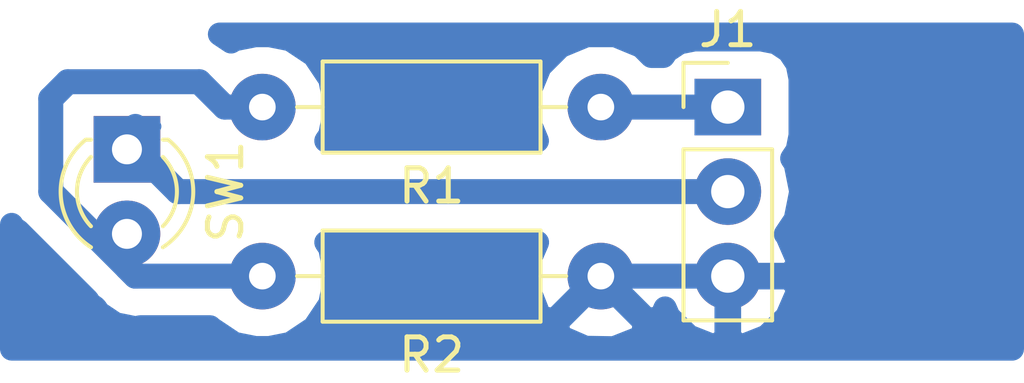
<source format=kicad_pcb>
(kicad_pcb (version 20171130) (host pcbnew 5.0.2+dfsg1-1)

  (general
    (thickness 1.6)
    (drawings 3)
    (tracks 18)
    (zones 0)
    (modules 4)
    (nets 5)
  )

  (page A4)
  (layers
    (0 F.Cu signal)
    (31 B.Cu signal)
    (32 B.Adhes user)
    (33 F.Adhes user)
    (34 B.Paste user)
    (35 F.Paste user)
    (36 B.SilkS user)
    (37 F.SilkS user)
    (38 B.Mask user)
    (39 F.Mask user)
    (40 Dwgs.User user)
    (41 Cmts.User user)
    (42 Eco1.User user)
    (43 Eco2.User user)
    (44 Edge.Cuts user)
    (45 Margin user)
    (46 B.CrtYd user)
    (47 F.CrtYd user)
    (48 B.Fab user)
    (49 F.Fab user)
  )

  (setup
    (last_trace_width 0.75)
    (trace_clearance 0.254)
    (zone_clearance 0.8)
    (zone_45_only no)
    (trace_min 0.2)
    (segment_width 0.2)
    (edge_width 0.15)
    (via_size 0.6)
    (via_drill 0.4)
    (via_min_size 0.4)
    (via_min_drill 0.3)
    (uvia_size 0.3)
    (uvia_drill 0.1)
    (uvias_allowed no)
    (uvia_min_size 0.2)
    (uvia_min_drill 0.1)
    (pcb_text_width 0.3)
    (pcb_text_size 1.5 1.5)
    (mod_edge_width 0.15)
    (mod_text_size 1 1)
    (mod_text_width 0.15)
    (pad_size 2 2)
    (pad_drill 0.9)
    (pad_to_mask_clearance 0.2)
    (solder_mask_min_width 0.25)
    (aux_axis_origin 149.86 113.03)
    (grid_origin 149.86 113.03)
    (visible_elements FFFFFF7F)
    (pcbplotparams
      (layerselection 0x00008_fffffffe)
      (usegerberextensions false)
      (usegerberattributes false)
      (usegerberadvancedattributes false)
      (creategerberjobfile false)
      (excludeedgelayer true)
      (linewidth 0.100000)
      (plotframeref false)
      (viasonmask false)
      (mode 1)
      (useauxorigin true)
      (hpglpennumber 1)
      (hpglpenspeed 20)
      (hpglpendiameter 15.000000)
      (psnegative false)
      (psa4output false)
      (plotreference false)
      (plotvalue false)
      (plotinvisibletext false)
      (padsonsilk false)
      (subtractmaskfromsilk false)
      (outputformat 1)
      (mirror false)
      (drillshape 0)
      (scaleselection 1)
      (outputdirectory ""))
  )

  (net 0 "")
  (net 1 "Net-(J1-Pad1)")
  (net 2 "Net-(J1-Pad2)")
  (net 3 "Net-(J1-Pad3)")
  (net 4 "Net-(R1-Pad2)")

  (net_class Default "Dies ist die voreingestellte Netzklasse."
    (clearance 0.254)
    (trace_width 0.75)
    (via_dia 0.6)
    (via_drill 0.4)
    (uvia_dia 0.3)
    (uvia_drill 0.1)
    (add_net "Net-(J1-Pad1)")
    (add_net "Net-(J1-Pad2)")
    (add_net "Net-(J1-Pad3)")
    (add_net "Net-(R1-Pad2)")
  )

  (module Connector_PinHeader_2.54mm:PinHeader_1x03_P2.54mm_Vertical (layer F.Cu) (tedit 5DF098BA) (tstamp 5DF170F9)
    (at 171.704 105.41)
    (descr "Through hole straight pin header, 1x03, 2.54mm pitch, single row")
    (tags "Through hole pin header THT 1x03 2.54mm single row")
    (path /58BE84EE)
    (fp_text reference J1 (at 0 -2.33) (layer F.SilkS)
      (effects (font (size 1 1) (thickness 0.15)))
    )
    (fp_text value CONN_01X03_FEMALE (at 0 7.41) (layer F.Fab)
      (effects (font (size 1 1) (thickness 0.15)))
    )
    (fp_line (start -0.635 -1.27) (end 1.27 -1.27) (layer F.Fab) (width 0.1))
    (fp_line (start 1.27 -1.27) (end 1.27 6.35) (layer F.Fab) (width 0.1))
    (fp_line (start 1.27 6.35) (end -1.27 6.35) (layer F.Fab) (width 0.1))
    (fp_line (start -1.27 6.35) (end -1.27 -0.635) (layer F.Fab) (width 0.1))
    (fp_line (start -1.27 -0.635) (end -0.635 -1.27) (layer F.Fab) (width 0.1))
    (fp_line (start -1.33 6.41) (end 1.33 6.41) (layer F.SilkS) (width 0.12))
    (fp_line (start -1.33 1.27) (end -1.33 6.41) (layer F.SilkS) (width 0.12))
    (fp_line (start 1.33 1.27) (end 1.33 6.41) (layer F.SilkS) (width 0.12))
    (fp_line (start -1.33 1.27) (end 1.33 1.27) (layer F.SilkS) (width 0.12))
    (fp_line (start -1.33 0) (end -1.33 -1.33) (layer F.SilkS) (width 0.12))
    (fp_line (start -1.33 -1.33) (end 0 -1.33) (layer F.SilkS) (width 0.12))
    (fp_line (start -1.8 -1.8) (end -1.8 6.85) (layer F.CrtYd) (width 0.05))
    (fp_line (start -1.8 6.85) (end 1.8 6.85) (layer F.CrtYd) (width 0.05))
    (fp_line (start 1.8 6.85) (end 1.8 -1.8) (layer F.CrtYd) (width 0.05))
    (fp_line (start 1.8 -1.8) (end -1.8 -1.8) (layer F.CrtYd) (width 0.05))
    (fp_text user %R (at 0 2.54 90) (layer F.Fab)
      (effects (font (size 1 1) (thickness 0.15)))
    )
    (pad 1 thru_hole rect (at 0 0) (size 2 1.7) (drill 1) (layers *.Cu *.Mask)
      (net 1 "Net-(J1-Pad1)"))
    (pad 2 thru_hole oval (at 0 2.54) (size 2 2) (drill 1) (layers *.Cu *.Mask)
      (net 2 "Net-(J1-Pad2)"))
    (pad 3 thru_hole oval (at 0 5.08) (size 2 2) (drill 1) (layers *.Cu *.Mask)
      (net 3 "Net-(J1-Pad3)"))
    (model ${KISYS3DMOD}/Connector_PinHeader_2.54mm.3dshapes/PinHeader_1x03_P2.54mm_Vertical.wrl
      (at (xyz 0 0 0))
      (scale (xyz 1 1 1))
      (rotate (xyz 0 0 0))
    )
  )

  (module LED_THT:LED_D3.0mm (layer F.Cu) (tedit 5DF098DA) (tstamp 5DF1735F)
    (at 153.67 106.68 270)
    (descr "LED, diameter 3.0mm, 2 pins")
    (tags "LED diameter 3.0mm 2 pins")
    (path /58BE87BF)
    (fp_text reference SW1 (at 1.27 -2.96 270) (layer F.SilkS)
      (effects (font (size 1 1) (thickness 0.15)))
    )
    (fp_text value SW_Push (at 1.27 2.96 270) (layer F.Fab)
      (effects (font (size 1 1) (thickness 0.15)))
    )
    (fp_arc (start 1.27 0) (end -0.23 -1.16619) (angle 284.3) (layer F.Fab) (width 0.1))
    (fp_arc (start 1.27 0) (end -0.29 -1.235516) (angle 108.8) (layer F.SilkS) (width 0.12))
    (fp_arc (start 1.27 0) (end -0.29 1.235516) (angle -108.8) (layer F.SilkS) (width 0.12))
    (fp_arc (start 1.27 0) (end 0.229039 -1.08) (angle 87.9) (layer F.SilkS) (width 0.12))
    (fp_arc (start 1.27 0) (end 0.229039 1.08) (angle -87.9) (layer F.SilkS) (width 0.12))
    (fp_circle (center 1.27 0) (end 2.77 0) (layer F.Fab) (width 0.1))
    (fp_line (start -0.23 -1.16619) (end -0.23 1.16619) (layer F.Fab) (width 0.1))
    (fp_line (start -0.29 -1.236) (end -0.29 -1.08) (layer F.SilkS) (width 0.12))
    (fp_line (start -0.29 1.08) (end -0.29 1.236) (layer F.SilkS) (width 0.12))
    (fp_line (start -1.15 -2.25) (end -1.15 2.25) (layer F.CrtYd) (width 0.05))
    (fp_line (start -1.15 2.25) (end 3.7 2.25) (layer F.CrtYd) (width 0.05))
    (fp_line (start 3.7 2.25) (end 3.7 -2.25) (layer F.CrtYd) (width 0.05))
    (fp_line (start 3.7 -2.25) (end -1.15 -2.25) (layer F.CrtYd) (width 0.05))
    (pad 1 thru_hole rect (at 0 0 270) (size 2 2) (drill 0.9) (layers *.Cu *.Mask)
      (net 2 "Net-(J1-Pad2)"))
    (pad 2 thru_hole circle (at 2.54 0 270) (size 2 2) (drill 0.9) (layers *.Cu *.Mask)
      (net 4 "Net-(R1-Pad2)"))
    (model ${KISYS3DMOD}/LED_THT.3dshapes/LED_D3.0mm.wrl
      (at (xyz 0 0 0))
      (scale (xyz 1 1 1))
      (rotate (xyz 0 0 0))
    )
  )

  (module Resistor_THT:R_Axial_DIN0207_L6.3mm_D2.5mm_P10.16mm_Horizontal (layer F.Cu) (tedit 5DF098C6) (tstamp 5DF170D1)
    (at 167.894 110.49 180)
    (descr "Resistor, Axial_DIN0207 series, Axial, Horizontal, pin pitch=10.16mm, 0.25W = 1/4W, length*diameter=6.3*2.5mm^2, http://cdn-reichelt.de/documents/datenblatt/B400/1_4W%23YAG.pdf")
    (tags "Resistor Axial_DIN0207 series Axial Horizontal pin pitch 10.16mm 0.25W = 1/4W length 6.3mm diameter 2.5mm")
    (path /58BE865A)
    (fp_text reference R2 (at 5.08 -2.37 180) (layer F.SilkS)
      (effects (font (size 1 1) (thickness 0.15)))
    )
    (fp_text value 10k (at 5.08 2.37 180) (layer F.Fab)
      (effects (font (size 1 1) (thickness 0.15)))
    )
    (fp_text user %R (at 5.08 0 180) (layer F.Fab)
      (effects (font (size 1 1) (thickness 0.15)))
    )
    (fp_line (start 11.21 -1.5) (end -1.05 -1.5) (layer F.CrtYd) (width 0.05))
    (fp_line (start 11.21 1.5) (end 11.21 -1.5) (layer F.CrtYd) (width 0.05))
    (fp_line (start -1.05 1.5) (end 11.21 1.5) (layer F.CrtYd) (width 0.05))
    (fp_line (start -1.05 -1.5) (end -1.05 1.5) (layer F.CrtYd) (width 0.05))
    (fp_line (start 9.12 0) (end 8.35 0) (layer F.SilkS) (width 0.12))
    (fp_line (start 1.04 0) (end 1.81 0) (layer F.SilkS) (width 0.12))
    (fp_line (start 8.35 -1.37) (end 1.81 -1.37) (layer F.SilkS) (width 0.12))
    (fp_line (start 8.35 1.37) (end 8.35 -1.37) (layer F.SilkS) (width 0.12))
    (fp_line (start 1.81 1.37) (end 8.35 1.37) (layer F.SilkS) (width 0.12))
    (fp_line (start 1.81 -1.37) (end 1.81 1.37) (layer F.SilkS) (width 0.12))
    (fp_line (start 10.16 0) (end 8.23 0) (layer F.Fab) (width 0.1))
    (fp_line (start 0 0) (end 1.93 0) (layer F.Fab) (width 0.1))
    (fp_line (start 8.23 -1.25) (end 1.93 -1.25) (layer F.Fab) (width 0.1))
    (fp_line (start 8.23 1.25) (end 8.23 -1.25) (layer F.Fab) (width 0.1))
    (fp_line (start 1.93 1.25) (end 8.23 1.25) (layer F.Fab) (width 0.1))
    (fp_line (start 1.93 -1.25) (end 1.93 1.25) (layer F.Fab) (width 0.1))
    (pad 2 thru_hole oval (at 10.16 0 180) (size 2 2) (drill 0.8) (layers *.Cu *.Mask)
      (net 4 "Net-(R1-Pad2)"))
    (pad 1 thru_hole circle (at 0 0 180) (size 2 2) (drill 0.8) (layers *.Cu *.Mask)
      (net 3 "Net-(J1-Pad3)"))
    (model ${KISYS3DMOD}/Resistor_THT.3dshapes/R_Axial_DIN0207_L6.3mm_D2.5mm_P10.16mm_Horizontal.wrl
      (at (xyz 0 0 0))
      (scale (xyz 1 1 1))
      (rotate (xyz 0 0 0))
    )
  )

  (module Resistor_THT:R_Axial_DIN0207_L6.3mm_D2.5mm_P10.16mm_Horizontal (layer F.Cu) (tedit 5DF0988F) (tstamp 5DF170BB)
    (at 167.894 105.41 180)
    (descr "Resistor, Axial_DIN0207 series, Axial, Horizontal, pin pitch=10.16mm, 0.25W = 1/4W, length*diameter=6.3*2.5mm^2, http://cdn-reichelt.de/documents/datenblatt/B400/1_4W%23YAG.pdf")
    (tags "Resistor Axial_DIN0207 series Axial Horizontal pin pitch 10.16mm 0.25W = 1/4W length 6.3mm diameter 2.5mm")
    (path /58BE8565)
    (fp_text reference R1 (at 5.08 -2.37 180) (layer F.SilkS)
      (effects (font (size 1 1) (thickness 0.15)))
    )
    (fp_text value 1k (at 5.08 2.37 180) (layer F.Fab)
      (effects (font (size 1 1) (thickness 0.15)))
    )
    (fp_line (start 1.93 -1.25) (end 1.93 1.25) (layer F.Fab) (width 0.1))
    (fp_line (start 1.93 1.25) (end 8.23 1.25) (layer F.Fab) (width 0.1))
    (fp_line (start 8.23 1.25) (end 8.23 -1.25) (layer F.Fab) (width 0.1))
    (fp_line (start 8.23 -1.25) (end 1.93 -1.25) (layer F.Fab) (width 0.1))
    (fp_line (start 0 0) (end 1.93 0) (layer F.Fab) (width 0.1))
    (fp_line (start 10.16 0) (end 8.23 0) (layer F.Fab) (width 0.1))
    (fp_line (start 1.81 -1.37) (end 1.81 1.37) (layer F.SilkS) (width 0.12))
    (fp_line (start 1.81 1.37) (end 8.35 1.37) (layer F.SilkS) (width 0.12))
    (fp_line (start 8.35 1.37) (end 8.35 -1.37) (layer F.SilkS) (width 0.12))
    (fp_line (start 8.35 -1.37) (end 1.81 -1.37) (layer F.SilkS) (width 0.12))
    (fp_line (start 1.04 0) (end 1.81 0) (layer F.SilkS) (width 0.12))
    (fp_line (start 9.12 0) (end 8.35 0) (layer F.SilkS) (width 0.12))
    (fp_line (start -1.05 -1.5) (end -1.05 1.5) (layer F.CrtYd) (width 0.05))
    (fp_line (start -1.05 1.5) (end 11.21 1.5) (layer F.CrtYd) (width 0.05))
    (fp_line (start 11.21 1.5) (end 11.21 -1.5) (layer F.CrtYd) (width 0.05))
    (fp_line (start 11.21 -1.5) (end -1.05 -1.5) (layer F.CrtYd) (width 0.05))
    (fp_text user %R (at 5.08 0 180) (layer F.Fab)
      (effects (font (size 1 1) (thickness 0.15)))
    )
    (pad 1 thru_hole circle (at 0 0 180) (size 2 2) (drill 0.8) (layers *.Cu *.Mask)
      (net 1 "Net-(J1-Pad1)"))
    (pad 2 thru_hole oval (at 10.16 0 180) (size 2 2) (drill 0.8) (layers *.Cu *.Mask)
      (net 4 "Net-(R1-Pad2)"))
    (model ${KISYS3DMOD}/Resistor_THT.3dshapes/R_Axial_DIN0207_L6.3mm_D2.5mm_P10.16mm_Horizontal.wrl
      (at (xyz 0 0 0))
      (scale (xyz 1 1 1))
      (rotate (xyz 0 0 0))
    )
  )

  (gr_text 3,3V (at 174.244 107.95) (layer F.Paste)
    (effects (font (size 1.8 1.8) (thickness 0.1)) (justify left))
  )
  (gr_text PIN (at 174.244 105.41) (layer F.Paste)
    (effects (font (size 1.8 1.8) (thickness 0.1)) (justify left))
  )
  (gr_text GND (at 174.244 110.49) (layer F.Paste)
    (effects (font (size 1.8 1.8) (thickness 0.1)) (justify left))
  )

  (segment (start 167.894 105.41) (end 171.704 105.41) (width 0.75) (layer B.Cu) (net 1))
  (segment (start 153.924 105.99) (end 153.924 106.68) (width 0.75) (layer B.Cu) (net 2))
  (segment (start 155.194 107.95) (end 171.704 107.95) (width 0.75) (layer B.Cu) (net 2) (tstamp 5BFC630C))
  (segment (start 154.504 105.99) (end 153.924 105.99) (width 0.4) (layer B.Cu) (net 2) (tstamp 58C7BE4F) (status 30))
  (segment (start 153.924 105.99) (end 154.504 105.99) (width 0.25) (layer B.Cu) (net 2) (status 30))
  (segment (start 153.924 106.68) (end 155.194 107.95) (width 0.75) (layer B.Cu) (net 2))
  (segment (start 153.67 106.68) (end 153.924 106.68) (width 0.75) (layer B.Cu) (net 2))
  (segment (start 171.704 110.49) (end 167.894 110.49) (width 0.75) (layer B.Cu) (net 3))
  (segment (start 157.734 105.41) (end 157.099 105.41) (width 0.75) (layer B.Cu) (net 4))
  (segment (start 153.924 110.49) (end 157.734 110.49) (width 0.75) (layer B.Cu) (net 4) (status 10))
  (segment (start 153.67 110.236) (end 153.924 110.49) (width 0.75) (layer B.Cu) (net 4))
  (segment (start 153.67 109.22) (end 153.67 110.236) (width 0.75) (layer B.Cu) (net 4))
  (segment (start 151.384 107.95) (end 153.924 110.49) (width 0.75) (layer B.Cu) (net 4))
  (segment (start 156.60263 105.41) (end 155.84063 104.648) (width 0.75) (layer B.Cu) (net 4))
  (segment (start 157.734 105.41) (end 156.60263 105.41) (width 0.75) (layer B.Cu) (net 4))
  (segment (start 151.384 105.156) (end 151.384 107.95) (width 0.75) (layer B.Cu) (net 4))
  (segment (start 155.84063 104.648) (end 151.892 104.648) (width 0.75) (layer B.Cu) (net 4))
  (segment (start 151.892 104.648) (end 151.384 105.156) (width 0.75) (layer B.Cu) (net 4))

  (zone (net 3) (net_name "Net-(J1-Pad3)") (layer B.Cu) (tstamp 5DF17390) (hatch edge 0.508)
    (connect_pads (clearance 0.8))
    (min_thickness 0.7)
    (fill yes (arc_segments 16) (thermal_gap 0.8) (thermal_bridge_width 0.8))
    (polygon
      (pts
        (xy 149.86 102.87) (xy 149.86 113.03) (xy 180.594 113.03) (xy 180.594 102.87)
      )
    )
    (filled_polygon
      (pts
        (xy 180.244 112.68) (xy 150.21 112.68) (xy 150.21 108.937909) (xy 150.284538 109.049463) (xy 150.411866 109.134541)
        (xy 152.485459 111.208134) (xy 152.570538 111.335463) (xy 152.697866 111.420541) (xy 152.739457 111.462132) (xy 152.824537 111.589463)
        (xy 153.328975 111.926518) (xy 153.773803 112.015) (xy 153.773807 112.015) (xy 153.923999 112.044875) (xy 154.074191 112.015)
        (xy 156.16719 112.015) (xy 156.183937 112.040063) (xy 156.895112 112.515255) (xy 157.522248 112.64) (xy 157.945752 112.64)
        (xy 158.572888 112.515255) (xy 159.284063 112.040063) (xy 159.396584 111.871662) (xy 166.583049 111.871662) (xy 166.64629 112.292392)
        (xy 167.431011 112.632671) (xy 168.286219 112.646749) (xy 169.081715 112.33248) (xy 169.14171 112.292392) (xy 169.204951 111.871662)
        (xy 167.894 110.560711) (xy 166.583049 111.871662) (xy 159.396584 111.871662) (xy 159.759255 111.328888) (xy 159.92612 110.49)
        (xy 159.759255 109.651112) (xy 159.641581 109.475) (xy 165.990698 109.475) (xy 165.751329 110.027011) (xy 165.737251 110.882219)
        (xy 166.05152 111.677715) (xy 166.091608 111.73771) (xy 166.512338 111.800951) (xy 167.823289 110.49) (xy 167.809147 110.475858)
        (xy 167.879858 110.405147) (xy 167.894 110.419289) (xy 167.908142 110.405147) (xy 167.978853 110.475858) (xy 167.964711 110.49)
        (xy 169.275662 111.800951) (xy 169.696392 111.73771) (xy 169.821482 111.44924) (xy 169.935693 111.712947) (xy 170.538299 112.296557)
        (xy 171.318372 112.605136) (xy 171.654 112.351921) (xy 171.654 110.54) (xy 171.754 110.54) (xy 171.754 112.351921)
        (xy 172.089628 112.605136) (xy 172.869701 112.296557) (xy 173.472307 111.712947) (xy 173.805704 110.943154) (xy 173.819134 110.875628)
        (xy 173.565829 110.54) (xy 171.754 110.54) (xy 171.654 110.54) (xy 171.634 110.54) (xy 171.634 110.44)
        (xy 171.654 110.44) (xy 171.654 110.42) (xy 171.754 110.42) (xy 171.754 110.44) (xy 173.565829 110.44)
        (xy 173.819134 110.104372) (xy 173.805704 110.036846) (xy 173.472307 109.267053) (xy 173.434331 109.230274) (xy 173.729255 108.788888)
        (xy 173.89612 107.95) (xy 173.729255 107.111112) (xy 173.623826 106.953327) (xy 173.787276 106.708707) (xy 173.876529 106.26)
        (xy 173.876529 104.56) (xy 173.787276 104.111293) (xy 173.533103 103.730897) (xy 173.152707 103.476724) (xy 172.704 103.387471)
        (xy 170.704 103.387471) (xy 170.255293 103.476724) (xy 169.874897 103.730897) (xy 169.771928 103.885) (xy 169.409559 103.885)
        (xy 169.111877 103.587318) (xy 168.321662 103.26) (xy 167.466338 103.26) (xy 166.676123 103.587318) (xy 166.071318 104.192123)
        (xy 165.744 104.982338) (xy 165.744 105.837662) (xy 165.987284 106.425) (xy 159.641581 106.425) (xy 159.759255 106.248888)
        (xy 159.92612 105.41) (xy 159.759255 104.571112) (xy 159.284063 103.859937) (xy 158.572888 103.384745) (xy 157.945752 103.26)
        (xy 157.522248 103.26) (xy 156.895112 103.384745) (xy 156.795037 103.451613) (xy 156.448403 103.22) (xy 180.244 103.22)
      )
    )
  )
)

</source>
